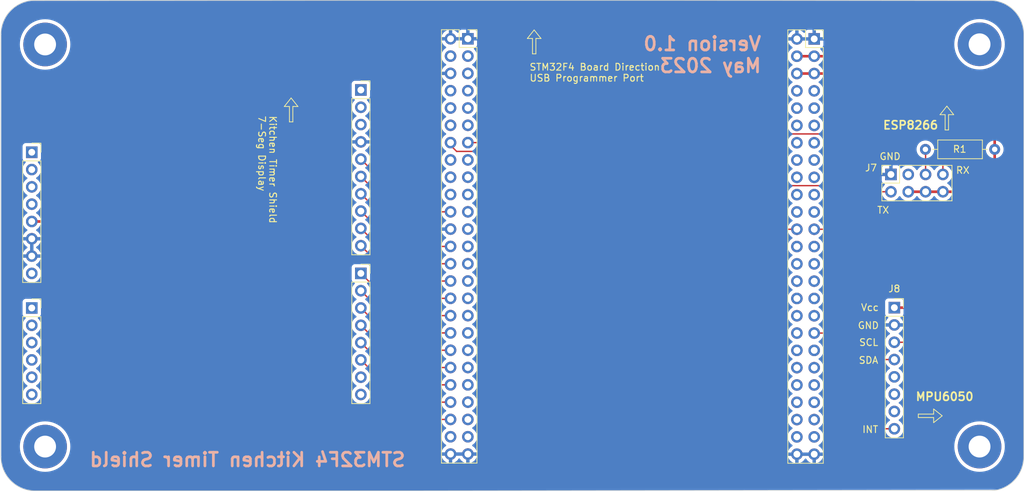
<source format=kicad_pcb>
(kicad_pcb (version 20221018) (generator pcbnew)
  (layers (0 "F.Cu" signal) (31 "B.Cu" signal) (34 "B.Paste" user) (35 "F.Paste" user) (36 "B.SilkS" user "B.Silkscreen") (37 "F.SilkS" user "F.Silkscreen") (38 "B.Mask" user) (39 "F.Mask" user) (44 "Edge.Cuts" user))
  (net 0 "")
  (net 1 "GND")
  (net 21 "+5V")
  (net 22 "+3V0")
  (net 31 "SDA")
  (net 32 "SCL")
  (net 35 "RX")
  (net 36 "TX")
  (net 60 "Dig1")
  (net 61 "Dig2")
  (net 62 "Dig3")
  (net 63 "Dig4")
  (net 64 "DS")
  (net 65 "ST_CP")
  (net 66 "SH_CP")
  (net 67 "Buzzer")
  (net 68 "RED_LED")
  (net 69 "GREEN_LED")
  (net 70 "Button_2")
  (net 71 "Button_1")
  (net 73 "Net-(J7-Pin_5)")
  (net 89 "INT")
  (footprint "Connector_PinSocket_2.54mm:PinSocket_2x25_P2.54mm_Vertical" (layer "F.Cu") (at 161.4524 42.0362)
    (fp_text reference "J2")
    (fp_text value "Discovery Board Conn 2")
    (fp_line (start -3.87 -1.33) (end -3.87 62.29) (stroke (width 0.12)) (layer "F.SilkS"))
    (fp_line (start -3.87 -1.33) (end -1.27 -1.33) (stroke (width 0.12)) (layer "F.SilkS"))
    (fp_line (start -3.87 62.29) (end 1.33 62.29) (stroke (width 0.12)) (layer "F.SilkS"))
    (fp_line (start -1.27 -1.33) (end -1.27 1.27) (stroke (width 0.12)) (layer "F.SilkS"))
    (fp_line (start -1.27 1.27) (end 1.33 1.27) (stroke (width 0.12)) (layer "F.SilkS"))
    (fp_line (start 0 -1.33) (end 1.33 -1.33) (stroke (width 0.12)) (layer "F.SilkS"))
    (fp_line (start 1.33 -1.33) (end 1.33 0) (stroke (width 0.12)) (layer "F.SilkS"))
    (fp_line (start 1.33 1.27) (end 1.33 62.29) (stroke (width 0.12)) (layer "F.SilkS"))
    (pad "1" thru_hole rect (at 0 0) (size 1.7 1.7) (drill 1) (layers "*.Cu" "*.Mask") (net 1 "GND"))
    (pad "2" thru_hole oval (at -2.54 0) (size 1.7 1.7) (drill 1) (layers "*.Cu" "*.Mask") (net 1 "GND"))
    (pad "3" thru_hole oval (at 0 2.54) (size 1.7 1.7) (drill 1) (layers "*.Cu" "*.Mask") (net 21 "+5V"))
    (pad "4" thru_hole oval (at -2.54 2.54) (size 1.7 1.7) (drill 1) (layers "*.Cu" "*.Mask") (net 21 "+5V"))
    (pad "5" thru_hole oval (at 0 5.08) (size 1.7 1.7) (drill 1) (layers "*.Cu" "*.Mask") (net 22 "+3V0"))
    (pad "6" thru_hole oval (at -2.54 5.08) (size 1.7 1.7) (drill 1) (layers "*.Cu" "*.Mask") (net 22 "+3V0"))
    (pad "7" thru_hole oval (at 0 7.62) (size 1.7 1.7) (drill 1) (layers "*.Cu" "*.Mask"))
    (pad "8" thru_hole oval (at -2.54 7.62) (size 1.7 1.7) (drill 1) (layers "*.Cu" "*.Mask"))
    (pad "9" thru_hole oval (at 0 10.16) (size 1.7 1.7) (drill 1) (layers "*.Cu" "*.Mask"))
    (pad "10" thru_hole oval (at -2.54 10.16) (size 1.7 1.7) (drill 1) (layers "*.Cu" "*.Mask"))
    (pad "11" thru_hole oval (at 0 12.7) (size 1.7 1.7) (drill 1) (layers "*.Cu" "*.Mask"))
    (pad "12" thru_hole oval (at -2.54 12.7) (size 1.7 1.7) (drill 1) (layers "*.Cu" "*.Mask"))
    (pad "13" thru_hole oval (at 0 15.24) (size 1.7 1.7) (drill 1) (layers "*.Cu" "*.Mask"))
    (pad "14" thru_hole oval (at -2.54 15.24) (size 1.7 1.7) (drill 1) (layers "*.Cu" "*.Mask"))
    (pad "15" thru_hole oval (at 0 17.78) (size 1.7 1.7) (drill 1) (layers "*.Cu" "*.Mask"))
    (pad "16" thru_hole oval (at -2.54 17.78) (size 1.7 1.7) (drill 1) (layers "*.Cu" "*.Mask"))
    (pad "17" thru_hole oval (at 0 20.32) (size 1.7 1.7) (drill 1) (layers "*.Cu" "*.Mask"))
    (pad "18" thru_hole oval (at -2.54 20.32) (size 1.7 1.7) (drill 1) (layers "*.Cu" "*.Mask"))
    (pad "19" thru_hole oval (at 0 22.86) (size 1.7 1.7) (drill 1) (layers "*.Cu" "*.Mask"))
    (pad "20" thru_hole oval (at -2.54 22.86) (size 1.7 1.7) (drill 1) (layers "*.Cu" "*.Mask"))
    (pad "21" thru_hole oval (at 0 25.4) (size 1.7 1.7) (drill 1) (layers "*.Cu" "*.Mask"))
    (pad "22" thru_hole oval (at -2.54 25.4) (size 1.7 1.7) (drill 1) (layers "*.Cu" "*.Mask"))
    (pad "23" thru_hole oval (at 0 27.94) (size 1.7 1.7) (drill 1) (layers "*.Cu" "*.Mask") (net 31 "SDA"))
    (pad "24" thru_hole oval (at -2.54 27.94) (size 1.7 1.7) (drill 1) (layers "*.Cu" "*.Mask") (net 32 "SCL"))
    (pad "25" thru_hole oval (at 0 30.48) (size 1.7 1.7) (drill 1) (layers "*.Cu" "*.Mask"))
    (pad "26" thru_hole oval (at -2.54 30.48) (size 1.7 1.7) (drill 1) (layers "*.Cu" "*.Mask"))
    (pad "27" thru_hole oval (at 0 33.02) (size 1.7 1.7) (drill 1) (layers "*.Cu" "*.Mask"))
    (pad "28" thru_hole oval (at -2.54 33.02) (size 1.7 1.7) (drill 1) (layers "*.Cu" "*.Mask"))
    (pad "29" thru_hole oval (at 0 35.56) (size 1.7 1.7) (drill 1) (layers "*.Cu" "*.Mask"))
    (pad "30" thru_hole oval (at -2.54 35.56) (size 1.7 1.7) (drill 1) (layers "*.Cu" "*.Mask"))
    (pad "31" thru_hole oval (at 0 38.1) (size 1.7 1.7) (drill 1) (layers "*.Cu" "*.Mask"))
    (pad "32" thru_hole oval (at -2.54 38.1) (size 1.7 1.7) (drill 1) (layers "*.Cu" "*.Mask"))
    (pad "33" thru_hole oval (at 0 40.64) (size 1.7 1.7) (drill 1) (layers "*.Cu" "*.Mask"))
    (pad "34" thru_hole oval (at -2.54 40.64) (size 1.7 1.7) (drill 1) (layers "*.Cu" "*.Mask"))
    (pad "35" thru_hole oval (at 0 43.18) (size 1.7 1.7) (drill 1) (layers "*.Cu" "*.Mask") (net 89 "INT"))
    (pad "36" thru_hole oval (at -2.54 43.18) (size 1.7 1.7) (drill 1) (layers "*.Cu" "*.Mask"))
    (pad "37" thru_hole oval (at 0 45.72) (size 1.7 1.7) (drill 1) (layers "*.Cu" "*.Mask"))
    (pad "38" thru_hole oval (at -2.54 45.72) (size 1.7 1.7) (drill 1) (layers "*.Cu" "*.Mask"))
    (pad "39" thru_hole oval (at 0 48.26) (size 1.7 1.7) (drill 1) (layers "*.Cu" "*.Mask"))
    (pad "40" thru_hole oval (at -2.54 48.26) (size 1.7 1.7) (drill 1) (layers "*.Cu" "*.Mask"))
    (pad "41" thru_hole oval (at 0 50.8) (size 1.7 1.7) (drill 1) (layers "*.Cu" "*.Mask"))
    (pad "42" thru_hole oval (at -2.54 50.8) (size 1.7 1.7) (drill 1) (layers "*.Cu" "*.Mask"))
    (pad "43" thru_hole oval (at 0 53.34) (size 1.7 1.7) (drill 1) (layers "*.Cu" "*.Mask"))
    (pad "44" thru_hole oval (at -2.54 53.34) (size 1.7 1.7) (drill 1) (layers "*.Cu" "*.Mask"))
    (pad "45" thru_hole oval (at 0 55.88) (size 1.7 1.7) (drill 1) (layers "*.Cu" "*.Mask"))
    (pad "46" thru_hole oval (at -2.54 55.88) (size 1.7 1.7) (drill 1) (layers "*.Cu" "*.Mask"))
    (pad "47" thru_hole oval (at 0 58.42) (size 1.7 1.7) (drill 1) (layers "*.Cu" "*.Mask"))
    (pad "48" thru_hole oval (at -2.54 58.42) (size 1.7 1.7) (drill 1) (layers "*.Cu" "*.Mask"))
    (pad "49" thru_hole oval (at 0 60.96) (size 1.7 1.7) (drill 1) (layers "*.Cu" "*.Mask") (net 1 "GND"))
    (pad "50" thru_hole oval (at -2.54 60.96) (size 1.7 1.7) (drill 1) (layers "*.Cu" "*.Mask") (net 1 "GND"))
  )
  (footprint "MountingHole:MountingHole_3.2mm_M3_Pad" (layer "F.Cu") (at 185.6994 101.8794)
    (fp_text reference "H3" hide)
    (fp_text value "MountingHole")
    (pad "1" thru_hole circle (at 0 0) (size 6.4 6.4) (drill 3.2) (layers "*.Cu" "*.Mask"))
  )
  (footprint "Connector_PinSocket_2.54mm:PinSocket_1x08_P2.54mm_Vertical" (layer "F.Cu") (at 94.9706 76.454)
    (fp_text reference "J6" hide)
    (fp_text value "Digital/PWM")
    (fp_line (start -1.33 1.27) (end -1.33 19.11) (stroke (width 0.12)) (layer "F.SilkS"))
    (fp_line (start -1.33 1.27) (end 1.33 1.27) (stroke (width 0.12)) (layer "F.SilkS"))
    (fp_line (start -1.33 19.11) (end 1.33 19.11) (stroke (width 0.12)) (layer "F.SilkS"))
    (fp_line (start 0 -1.33) (end 1.33 -1.33) (stroke (width 0.12)) (layer "F.SilkS"))
    (fp_line (start 1.33 -1.33) (end 1.33 0) (stroke (width 0.12)) (layer "F.SilkS"))
    (fp_line (start 1.33 1.27) (end 1.33 19.11) (stroke (width 0.12)) (layer "F.SilkS"))
    (pad "1" thru_hole rect (at 0 0) (size 1.7 1.7) (drill 1) (layers "*.Cu" "*.Mask") (net 66 "SH_CP"))
    (pad "2" thru_hole oval (at 0 2.54) (size 1.7 1.7) (drill 1) (layers "*.Cu" "*.Mask") (net 67 "Buzzer"))
    (pad "3" thru_hole oval (at 0 5.08) (size 1.7 1.7) (drill 1) (layers "*.Cu" "*.Mask") (net 68 "RED_LED"))
    (pad "4" thru_hole oval (at 0 7.62) (size 1.7 1.7) (drill 1) (layers "*.Cu" "*.Mask") (net 69 "GREEN_LED"))
    (pad "5" thru_hole oval (at 0 10.16) (size 1.7 1.7) (drill 1) (layers "*.Cu" "*.Mask") (net 70 "Button_2"))
    (pad "6" thru_hole oval (at 0 12.7) (size 1.7 1.7) (drill 1) (layers "*.Cu" "*.Mask") (net 71 "Button_1"))
    (pad "7" thru_hole oval (at 0 15.24) (size 1.7 1.7) (drill 1) (layers "*.Cu" "*.Mask"))
    (pad "8" thru_hole oval (at 0 17.78) (size 1.7 1.7) (drill 1) (layers "*.Cu" "*.Mask"))
  )
  (footprint "Connector_PinSocket_2.54mm:PinSocket_2x04_P2.54mm_Vertical" (layer "F.Cu") (at 172.7046 61.9306 90)
    (fp_text reference "J7" (at 0.9652 -2.921) (layer "F.SilkS"))
    (fp_text value "ESP_Conn")
    (fp_line (start -3.87 -1.33) (end -3.87 8.95) (stroke (width 0.12)) (layer "F.SilkS"))
    (fp_line (start -3.87 -1.33) (end -1.27 -1.33) (stroke (width 0.12)) (layer "F.SilkS"))
    (fp_line (start -3.87 8.95) (end 1.33 8.95) (stroke (width 0.12)) (layer "F.SilkS"))
    (fp_line (start -1.27 -1.33) (end -1.27 1.27) (stroke (width 0.12)) (layer "F.SilkS"))
    (fp_line (start -1.27 1.27) (end 1.33 1.27) (stroke (width 0.12)) (layer "F.SilkS"))
    (fp_line (start 0 -1.33) (end 1.33 -1.33) (stroke (width 0.12)) (layer "F.SilkS"))
    (fp_line (start 1.33 -1.33) (end 1.33 0) (stroke (width 0.12)) (layer "F.SilkS"))
    (fp_line (start 1.33 1.27) (end 1.33 8.95) (stroke (width 0.12)) (layer "F.SilkS"))
    (pad "1" thru_hole rect (at 0 0 90) (size 1.7 1.7) (drill 1) (layers "*.Cu" "*.Mask") (net 1 "GND"))
    (pad "2" thru_hole oval (at -2.54 0 90) (size 1.7 1.7) (drill 1) (layers "*.Cu" "*.Mask") (net 36 "TX"))
    (pad "3" thru_hole oval (at 0 2.54 90) (size 1.7 1.7) (drill 1) (layers "*.Cu" "*.Mask"))
    (pad "4" thru_hole oval (at -2.54 2.54 90) (size 1.7 1.7) (drill 1) (layers "*.Cu" "*.Mask") (net 22 "+3V0"))
    (pad "5" thru_hole oval (at 0 5.08 90) (size 1.7 1.7) (drill 1) (layers "*.Cu" "*.Mask") (net 73 "Net-(J7-Pin_5)"))
    (pad "6" thru_hole oval (at -2.54 5.08 90) (size 1.7 1.7) (drill 1) (layers "*.Cu" "*.Mask") (net 22 "+3V0"))
    (pad "7" thru_hole oval (at 0 7.62 90) (size 1.7 1.7) (drill 1) (layers "*.Cu" "*.Mask") (net 35 "RX"))
    (pad "8" thru_hole oval (at -2.54 7.62 90) (size 1.7 1.7) (drill 1) (layers "*.Cu" "*.Mask") (net 22 "+3V0"))
  )
  (footprint "Connector_PinSocket_2.54mm:PinSocket_2x25_P2.54mm_Vertical" (layer "F.Cu") (at 110.6624 42.0162)
    (fp_text reference "J1")
    (fp_text value "Discovery Board Conn 1")
    (fp_line (start -3.87 -1.33) (end -3.87 62.29) (stroke (width 0.12)) (layer "F.SilkS"))
    (fp_line (start -3.87 -1.33) (end -1.27 -1.33) (stroke (width 0.12)) (layer "F.SilkS"))
    (fp_line (start -3.87 62.29) (end 1.33 62.29) (stroke (width 0.12)) (layer "F.SilkS"))
    (fp_line (start -1.27 -1.33) (end -1.27 1.27) (stroke (width 0.12)) (layer "F.SilkS"))
    (fp_line (start -1.27 1.27) (end 1.33 1.27) (stroke (width 0.12)) (layer "F.SilkS"))
    (fp_line (start 0 -1.33) (end 1.33 -1.33) (stroke (width 0.12)) (layer "F.SilkS"))
    (fp_line (start 1.33 -1.33) (end 1.33 0) (stroke (width 0.12)) (layer "F.SilkS"))
    (fp_line (start 1.33 1.27) (end 1.33 62.29) (stroke (width 0.12)) (layer "F.SilkS"))
    (pad "1" thru_hole rect (at 0 0) (size 1.7 1.7) (drill 1) (layers "*.Cu" "*.Mask") (net 1 "GND"))
    (pad "2" thru_hole oval (at -2.54 0) (size 1.7 1.7) (drill 1) (layers "*.Cu" "*.Mask") (net 1 "GND"))
    (pad "3" thru_hole oval (at 0 2.54) (size 1.7 1.7) (drill 1) (layers "*.Cu" "*.Mask"))
    (pad "4" thru_hole oval (at -2.54 2.54) (size 1.7 1.7) (drill 1) (layers "*.Cu" "*.Mask"))
    (pad "5" thru_hole oval (at 0 5.08) (size 1.7 1.7) (drill 1) (layers "*.Cu" "*.Mask"))
    (pad "6" thru_hole oval (at -2.54 5.08) (size 1.7 1.7) (drill 1) (layers "*.Cu" "*.Mask") (net 1 "GND"))
    (pad "7" thru_hole oval (at 0 7.62) (size 1.7 1.7) (drill 1) (layers "*.Cu" "*.Mask"))
    (pad "8" thru_hole oval (at -2.54 7.62) (size 1.7 1.7) (drill 1) (layers "*.Cu" "*.Mask"))
    (pad "9" thru_hole oval (at 0 10.16) (size 1.7 1.7) (drill 1) (layers "*.Cu" "*.Mask"))
    (pad "10" thru_hole oval (at -2.54 10.16) (size 1.7 1.7) (drill 1) (layers "*.Cu" "*.Mask"))
    (pad "11" thru_hole oval (at 0 12.7) (size 1.7 1.7) (drill 1) (layers "*.Cu" "*.Mask"))
    (pad "12" thru_hole oval (at -2.54 12.7) (size 1.7 1.7) (drill 1) (layers "*.Cu" "*.Mask"))
    (pad "13" thru_hole oval (at 0 15.24) (size 1.7 1.7) (drill 1) (layers "*.Cu" "*.Mask") (net 35 "RX"))
    (pad "14" thru_hole oval (at -2.54 15.24) (size 1.7 1.7) (drill 1) (layers "*.Cu" "*.Mask") (net 36 "TX"))
    (pad "15" thru_hole oval (at 0 17.78) (size 1.7 1.7) (drill 1) (layers "*.Cu" "*.Mask"))
    (pad "16" thru_hole oval (at -2.54 17.78) (size 1.7 1.7) (drill 1) (layers "*.Cu" "*.Mask"))
    (pad "17" thru_hole oval (at 0 20.32) (size 1.7 1.7) (drill 1) (layers "*.Cu" "*.Mask"))
    (pad "18" thru_hole oval (at -2.54 20.32) (size 1.7 1.7) (drill 1) (layers "*.Cu" "*.Mask"))
    (pad "19" thru_hole oval (at 0 22.86) (size 1.7 1.7) (drill 1) (layers "*.Cu" "*.Mask"))
    (pad "20" thru_hole oval (at -2.54 22.86) (size 1.7 1.7) (drill 1) (layers "*.Cu" "*.Mask"))
    (pad "21" thru_hole oval (at 0 25.4) (size 1.7 1.7) (drill 1) (layers "*.Cu" "*.Mask"))
    (pad "22" thru_hole oval (at -2.54 25.4) (size 1.7 1.7) (drill 1) (layers "*.Cu" "*.Mask") (net 60 "Dig1"))
    (pad "23" thru_hole oval (at 0 27.94) (size 1.7 1.7) (drill 1) (layers "*.Cu" "*.Mask"))
    (pad "24" thru_hole oval (at -2.54 27.94) (size 1.7 1.7) (drill 1) (layers "*.Cu" "*.Mask") (net 1 "GND"))
    (pad "25" thru_hole oval (at 0 30.48) (size 1.7 1.7) (drill 1) (layers "*.Cu" "*.Mask"))
    (pad "26" thru_hole oval (at -2.54 30.48) (size 1.7 1.7) (drill 1) (layers "*.Cu" "*.Mask") (net 61 "Dig2"))
    (pad "27" thru_hole oval (at 0 33.02) (size 1.7 1.7) (drill 1) (layers "*.Cu" "*.Mask"))
    (pad "28" thru_hole oval (at -2.54 33.02) (size 1.7 1.7) (drill 1) (layers "*.Cu" "*.Mask") (net 62 "Dig3"))
    (pad "29" thru_hole oval (at 0 35.56) (size 1.7 1.7) (drill 1) (layers "*.Cu" "*.Mask"))
    (pad "30" thru_hole oval (at -2.54 35.56) (size 1.7 1.7) (drill 1) (layers "*.Cu" "*.Mask") (net 63 "Dig4"))
    (pad "31" thru_hole oval (at 0 38.1) (size 1.7 1.7) (drill 1) (layers "*.Cu" "*.Mask"))
    (pad "32" thru_hole oval (at -2.54 38.1) (size 1.7 1.7) (drill 1) (layers "*.Cu" "*.Mask") (net 64 "DS"))
    (pad "33" thru_hole oval (at 0 40.64) (size 1.7 1.7) (drill 1) (layers "*.Cu" "*.Mask"))
    (pad "34" thru_hole oval (at -2.54 40.64) (size 1.7 1.7) (drill 1) (layers "*.Cu" "*.Mask") (net 65 "ST_CP"))
    (pad "35" thru_hole oval (at 0 43.18) (size 1.7 1.7) (drill 1) (layers "*.Cu" "*.Mask"))
    (pad "36" thru_hole oval (at -2.54 43.18) (size 1.7 1.7) (drill 1) (layers "*.Cu" "*.Mask") (net 66 "SH_CP"))
    (pad "37" thru_hole oval (at 0 45.72) (size 1.7 1.7) (drill 1) (layers "*.Cu" "*.Mask"))
    (pad "38" thru_hole oval (at -2.54 45.72) (size 1.7 1.7) (drill 1) (layers "*.Cu" "*.Mask") (net 67 "Buzzer"))
    (pad "39" thru_hole oval (at 0 48.26) (size 1.7 1.7) (drill 1) (layers "*.Cu" "*.Mask"))
    (pad "40" thru_hole oval (at -2.54 48.26) (size 1.7 1.7) (drill 1) (layers "*.Cu" "*.Mask") (net 68 "RED_LED"))
    (pad "41" thru_hole oval (at 0 50.8) (size 1.7 1.7) (drill 1) (layers "*.Cu" "*.Mask"))
    (pad "42" thru_hole oval (at -2.54 50.8) (size 1.7 1.7) (drill 1) (layers "*.Cu" "*.Mask") (net 69 "GREEN_LED"))
    (pad "43" thru_hole oval (at 0 53.34) (size 1.7 1.7) (drill 1) (layers "*.Cu" "*.Mask"))
    (pad "44" thru_hole oval (at -2.54 53.34) (size 1.7 1.7) (drill 1) (layers "*.Cu" "*.Mask") (net 70 "Button_2"))
    (pad "45" thru_hole oval (at 0 55.88) (size 1.7 1.7) (drill 1) (layers "*.Cu" "*.Mask"))
    (pad "46" thru_hole oval (at -2.54 55.88) (size 1.7 1.7) (drill 1) (layers "*.Cu" "*.Mask") (net 71 "Button_1"))
    (pad "47" thru_hole oval (at 0 58.42) (size 1.7 1.7) (drill 1) (layers "*.Cu" "*.Mask"))
    (pad "48" thru_hole oval (at -2.54 58.42) (size 1.7 1.7) (drill 1) (layers "*.Cu" "*.Mask"))
    (pad "49" thru_hole oval (at 0 60.96) (size 1.7 1.7) (drill 1) (layers "*.Cu" "*.Mask") (net 1 "GND"))
    (pad "50" thru_hole oval (at -2.54 60.96) (size 1.7 1.7) (drill 1) (layers "*.Cu" "*.Mask") (net 1 "GND"))
  )
  (footprint "Connector_PinSocket_2.54mm:PinSocket_1x06_P2.54mm_Vertical" (layer "F.Cu") (at 46.7106 81.534)
    (fp_text reference "J4" hide)
    (fp_text value "Analog")
    (fp_line (start -1.33 1.27) (end -1.33 14.03) (stroke (width 0.12)) (layer "F.SilkS"))
    (fp_line (start -1.33 1.27) (end 1.33 1.27) (stroke (width 0.12)) (layer "F.SilkS"))
    (fp_line (start -1.33 14.03) (end 1.33 14.03) (stroke (width 0.12)) (layer "F.SilkS"))
    (fp_line (start 0 -1.33) (end 1.33 -1.33) (stroke (width 0.12)) (layer "F.SilkS"))
    (fp_line (start 1.33 -1.33) (end 1.33 0) (stroke (width 0.12)) (layer "F.SilkS"))
    (fp_line (start 1.33 1.27) (end 1.33 14.03) (stroke (width 0.12)) (layer "F.SilkS"))
    (pad "1" thru_hole rect (at 0 0) (size 1.7 1.7) (drill 1) (layers "*.Cu" "*.Mask"))
    (pad "2" thru_hole oval (at 0 2.54) (size 1.7 1.7) (drill 1) (layers "*.Cu" "*.Mask"))
    (pad "3" thru_hole oval (at 0 5.08) (size 1.7 1.7) (drill 1) (layers "*.Cu" "*.Mask"))
    (pad "4" thru_hole oval (at 0 7.62) (size 1.7 1.7) (drill 1) (layers "*.Cu" "*.Mask"))
    (pad "5" thru_hole oval (at 0 10.16) (size 1.7 1.7) (drill 1) (layers "*.Cu" "*.Mask"))
    (pad "6" thru_hole oval (at 0 12.7) (size 1.7 1.7) (drill 1) (layers "*.Cu" "*.Mask"))
  )
  (footprint "Connector_PinSocket_2.54mm:PinSocket_1x08_P2.54mm_Vertical" (layer "F.Cu") (at 46.7106 58.674)
    (fp_text reference "J3" hide)
    (fp_text value "Power")
    (fp_line (start -1.33 1.27) (end -1.33 19.11) (stroke (width 0.12)) (layer "F.SilkS"))
    (fp_line (start -1.33 1.27) (end 1.33 1.27) (stroke (width 0.12)) (layer "F.SilkS"))
    (fp_line (start -1.33 19.11) (end 1.33 19.11) (stroke (width 0.12)) (layer "F.SilkS"))
    (fp_line (start 0 -1.33) (end 1.33 -1.33) (stroke (width 0.12)) (layer "F.SilkS"))
    (fp_line (start 1.33 -1.33) (end 1.33 0) (stroke (width 0.12)) (layer "F.SilkS"))
    (fp_line (start 1.33 1.27) (end 1.33 19.11) (stroke (width 0.12)) (layer "F.SilkS"))
    (pad "1" thru_hole rect (at 0 0) (size 1.7 1.7) (drill 1) (layers "*.Cu" "*.Mask"))
    (pad "2" thru_hole oval (at 0 2.54) (size 1.7 1.7) (drill 1) (layers "*.Cu" "*.Mask"))
    (pad "3" thru_hole oval (at 0 5.08) (size 1.7 1.7) (drill 1) (layers "*.Cu" "*.Mask"))
    (pad "4" thru_hole oval (at 0 7.62) (size 1.7 1.7) (drill 1) (layers "*.Cu" "*.Mask"))
    (pad "5" thru_hole oval (at 0 10.16) (size 1.7 1.7) (drill 1) (layers "*.Cu" "*.Mask") (net 21 "+5V"))
    (pad "6" thru_hole oval (at 0 12.7) (size 1.7 1.7) (drill 1) (layers "*.Cu" "*.Mask") (net 1 "GND"))
    (pad "7" thru_hole oval (at 0 15.24) (size 1.7 1.7) (drill 1) (layers "*.Cu" "*.Mask") (net 1 "GND"))
    (pad "8" thru_hole oval (at 0 17.78) (size 1.7 1.7) (drill 1) (layers "*.Cu" "*.Mask"))
  )
  (footprint "Connector_PinSocket_2.54mm:PinSocket_1x10_P2.54mm_Vertical" (layer "F.Cu") (at 94.9706 49.53)
    (fp_text reference "J5" hide)
    (fp_text value "Digital/PWM")
    (fp_line (start -1.33 1.27) (end -1.33 24.19) (stroke (width 0.12)) (layer "F.SilkS"))
    (fp_line (start -1.33 1.27) (end 1.33 1.27) (stroke (width 0.12)) (layer "F.SilkS"))
    (fp_line (start -1.33 24.19) (end 1.33 24.19) (stroke (width 0.12)) (layer "F.SilkS"))
    (fp_line (start 0 -1.33) (end 1.33 -1.33) (stroke (width 0.12)) (layer "F.SilkS"))
    (fp_line (start 1.33 -1.33) (end 1.33 0) (stroke (width 0.12)) (layer "F.SilkS"))
    (fp_line (start 1.33 1.27) (end 1.33 24.19) (stroke (width 0.12)) (layer "F.SilkS"))
    (pad "1" thru_hole rect (at 0 0) (size 1.7 1.7) (drill 1) (layers "*.Cu" "*.Mask"))
    (pad "2" thru_hole oval (at 0 2.54) (size 1.7 1.7) (drill 1) (layers "*.Cu" "*.Mask"))
    (pad "3" thru_hole oval (at 0 5.08) (size 1.7 1.7) (drill 1) (layers "*.Cu" "*.Mask"))
    (pad "4" thru_hole oval (at 0 7.62) (size 1.7 1.7) (drill 1) (layers "*.Cu" "*.Mask") (net 1 "GND"))
    (pad "5" thru_hole oval (at 0 10.16) (size 1.7 1.7) (drill 1) (layers "*.Cu" "*.Mask") (net 60 "Dig1"))
    (pad "6" thru_hole oval (at 0 12.7) (size 1.7 1.7) (drill 1) (layers "*.Cu" "*.Mask") (net 61 "Dig2"))
    (pad "7" thru_hole oval (at 0 15.24) (size 1.7 1.7) (drill 1) (layers "*.Cu" "*.Mask") (net 62 "Dig3"))
    (pad "8" thru_hole oval (at 0 17.78) (size 1.7 1.7) (drill 1) (layers "*.Cu" "*.Mask") (net 63 "Dig4"))
    (pad "9" thru_hole oval (at 0 20.32) (size 1.7 1.7) (drill 1) (layers "*.Cu" "*.Mask") (net 64 "DS"))
    (pad "10" thru_hole oval (at 0 22.86) (size 1.7 1.7) (drill 1) (layers "*.Cu" "*.Mask") (net 65 "ST_CP"))
  )
  (footprint "Resistor_THT:R_Axial_DIN0207_L6.3mm_D2.5mm_P10.16mm_Horizontal" (layer "F.Cu") (at 187.9192 58.2476 180)
    (fp_text reference "R1" (at 5.1308 0.0254) (layer "F.SilkS"))
    (fp_text value "10k")
    (fp_line (start 1.04 0) (end 1.81 0) (stroke (width 0.12)) (layer "F.SilkS"))
    (fp_line (start 1.81 -1.37) (end 1.81 1.37) (stroke (width 0.12)) (layer "F.SilkS"))
    (fp_line (start 1.81 1.37) (end 8.35 1.37) (stroke (width 0.12)) (layer "F.SilkS"))
    (fp_line (start 8.35 -1.37) (end 1.81 -1.37) (stroke (width 0.12)) (layer "F.SilkS"))
    (fp_line (start 8.35 1.37) (end 8.35 -1.37) (stroke (width 0.12)) (layer "F.SilkS"))
    (fp_line (start 9.12 0) (end 8.35 0) (stroke (width 0.12)) (layer "F.SilkS"))
    (pad "1" thru_hole circle (at 0 0 180) (size 1.6 1.6) (drill 0.8) (layers "*.Cu" "*.Mask") (net 22 "+3V0"))
    (pad "2" thru_hole oval (at 10.16 0 180) (size 1.6 1.6) (drill 0.8) (layers "*.Cu" "*.Mask") (net 73 "Net-(J7-Pin_5)"))
  )
  (footprint "MountingHole:MountingHole_3.2mm_M3_Pad" (layer "F.Cu") (at 48.6664 101.8794)
    (fp_text reference "H4" hide)
    (fp_text value "MountingHole")
    (pad "1" thru_hole circle (at 0 0) (size 6.4 6.4) (drill 3.2) (layers "*.Cu" "*.Mask"))
  )
  (footprint "MountingHole:MountingHole_3.2mm_M3_Pad" (layer "F.Cu") (at 48.6664 42.8498)
    (fp_text reference "H1" hide)
    (fp_text value "MountingHole")
    (pad "1" thru_hole circle (at 0 0) (size 6.4 6.4) (drill 3.2) (layers "*.Cu" "*.Mask"))
  )
  (footprint "Connector_PinSocket_2.54mm:PinSocket_1x08_P2.54mm_Vertical" (layer "F.Cu") (at 173.2026 81.4832)
    (fp_text reference "J8" (at 0 -2.77) (layer "F.SilkS"))
    (fp_text value "MPU6050_Conn")
    (fp_line (start -1.33 1.27) (end -1.33 19.11) (stroke (width 0.12)) (layer "F.SilkS"))
    (fp_line (start -1.33 1.27) (end 1.33 1.27) (stroke (width 0.12)) (layer "F.SilkS"))
    (fp_line (start -1.33 19.11) (end 1.33 19.11) (stroke (width 0.12)) (layer "F.SilkS"))
    (fp_line (start 0 -1.33) (end 1.33 -1.33) (stroke (width 0.12)) (layer "F.SilkS"))
    (fp_line (start 1.33 -1.33) (end 1.33 0) (stroke (width 0.12)) (layer "F.SilkS"))
    (fp_line (start 1.33 1.27) (end 1.33 19.11) (stroke (width 0.12)) (layer "F.SilkS"))
    (pad "1" thru_hole rect (at 0 0) (size 1.7 1.7) (drill 1) (layers "*.Cu" "*.Mask") (net 21 "+5V"))
    (pad "2" thru_hole oval (at 0 2.54) (size 1.7 1.7) (drill 1) (layers "*.Cu" "*.Mask") (net 1 "GND"))
    (pad "3" thru_hole oval (at 0 5.08) (size 1.7 1.7) (drill 1) (layers "*.Cu" "*.Mask") (net 32 "SCL"))
    (pad "4" thru_hole oval (at 0 7.62) (size 1.7 1.7) (drill 1) (layers "*.Cu" "*.Mask") (net 31 "SDA"))
    (pad "5" thru_hole oval (at 0 10.16) (size 1.7 1.7) (drill 1) (layers "*.Cu" "*.Mask"))
    (pad "6" thru_hole oval (at 0 12.7) (size 1.7 1.7) (drill 1) (layers "*.Cu" "*.Mask"))
    (pad "7" thru_hole oval (at 0 15.24) (size 1.7 1.7) (drill 1) (layers "*.Cu" "*.Mask"))
    (pad "8" thru_hole oval (at 0 17.78) (size 1.7 1.7) (drill 1) (layers "*.Cu" "*.Mask") (net 89 "INT"))
  )
  (footprint "MountingHole:MountingHole_3.2mm_M3_Pad" (layer "F.Cu") (at 185.6994 42.8244)
    (fp_text reference "H2" hide)
    (fp_text value "MountingHole")
    (pad "1" thru_hole circle (at 0 0) (size 6.4 6.4) (drill 3.2) (layers "*.Cu" "*.Mask"))
  )
  (gr_line (start 85.7424 51.9584) (end 84.7424 50.7084) (stroke (width 0.12)) (layer "F.SilkS"))
  (gr_line (start 84.7424 50.7084) (end 83.7424 51.9584) (stroke (width 0.12)) (layer "F.SilkS"))
  (gr_line (start 180.6548 53.1528) (end 179.9048 53.1528) (stroke (width 0.12)) (layer "F.SilkS"))
  (gr_line (start 120.1346 41.9706) (end 119.3846 41.9706) (stroke (width 0.12)) (layer "F.SilkS"))
  (gr_line (start 121.3846 41.9706) (end 120.3846 40.7206) (stroke (width 0.12)) (layer "F.SilkS"))
  (gr_line (start 178.9684 98.3622) (end 178.9684 97.6122) (stroke (width 0.12)) (layer "F.SilkS"))
  (gr_line (start 84.4924 51.9584) (end 83.7424 51.9584) (stroke (width 0.12)) (layer "F.SilkS"))
  (gr_line (start 180.6548 55.4028) (end 181.1548 55.4028) (stroke (width 0.12)) (layer "F.SilkS"))
  (gr_line (start 84.4924 54.2084) (end 84.9924 54.2084) (stroke (width 0.12)) (layer "F.SilkS"))
  (gr_line (start 180.6548 53.1528) (end 180.6548 55.4028) (stroke (width 0.12)) (layer "F.SilkS"))
  (gr_line (start 84.4924 51.9584) (end 84.4924 54.2084) (stroke (width 0.12)) (layer "F.SilkS"))
  (gr_line (start 121.3846 41.9706) (end 120.6346 41.9706) (stroke (width 0.12)) (layer "F.SilkS"))
  (gr_line (start 178.9684 97.1122) (end 176.7184 97.1122) (stroke (width 0.12)) (layer "F.SilkS"))
  (gr_line (start 181.1548 55.4028) (end 181.1548 53.1528) (stroke (width 0.12)) (layer "F.SilkS"))
  (gr_line (start 180.2184 97.3622) (end 178.9684 96.3622) (stroke (width 0.12)) (layer "F.SilkS"))
  (gr_line (start 181.9048 53.1528) (end 181.1548 53.1528) (stroke (width 0.12)) (layer "F.SilkS"))
  (gr_line (start 180.9048 51.9028) (end 179.9048 53.1528) (stroke (width 0.12)) (layer "F.SilkS"))
  (gr_line (start 176.7184 97.1122) (end 176.7184 97.6122) (stroke (width 0.12)) (layer "F.SilkS"))
  (gr_line (start 178.9684 97.1122) (end 178.9684 96.3622) (stroke (width 0.12)) (layer "F.SilkS"))
  (gr_line (start 85.7424 51.9584) (end 84.9924 51.9584) (stroke (width 0.12)) (layer "F.SilkS"))
  (gr_line (start 84.9924 54.2084) (end 84.9924 51.9584) (stroke (width 0.12)) (layer "F.SilkS"))
  (gr_line (start 120.1346 44.2206) (end 120.6346 44.2206) (stroke (width 0.12)) (layer "F.SilkS"))
  (gr_line (start 178.9684 98.3622) (end 180.2184 97.3622) (stroke (width 0.12)) (layer "F.SilkS"))
  (gr_line (start 120.6346 44.2206) (end 120.6346 41.9706) (stroke (width 0.12)) (layer "F.SilkS"))
  (gr_line (start 176.7184 97.6122) (end 178.9684 97.6122) (stroke (width 0.12)) (layer "F.SilkS"))
  (gr_line (start 120.1346 41.9706) (end 120.1346 44.2206) (stroke (width 0.12)) (layer "F.SilkS"))
  (gr_line (start 120.3846 40.7206) (end 119.3846 41.9706) (stroke (width 0.12)) (layer "F.SilkS"))
  (gr_line (start 181.9048 53.1528) (end 180.9048 51.9028) (stroke (width 0.12)) (layer "F.SilkS"))
  (gr_arc (start 47.1932 108.3728) (mid 43.654979 106.907221) (end 42.1894 103.369) (stroke (width 0.1)) (layer "Edge.Cuts"))
  (gr_line (start 42.1894 41.3766) (end 42.1894 103.369) (stroke (width 0.1)) (layer "Edge.Cuts"))
  (gr_line (start 47.1932 108.3728) (end 187.1726 108.3691) (stroke (width 0.1)) (layer "Edge.Cuts"))
  (gr_arc (start 192.1764 103.3653) (mid 190.710821 106.903521) (end 187.1726 108.3691) (stroke (width 0.1)) (layer "Edge.Cuts"))
  (gr_arc (start 187.1856 36.3728) (mid 190.723821 37.838379) (end 192.1894 41.3766) (stroke (width 0.1)) (layer "Edge.Cuts"))
  (gr_arc (start 42.1894 41.3766) (mid 43.654979 37.838379) (end 47.1932 36.3728) (stroke (width 0.1)) (layer "Edge.Cuts"))
  (gr_line (start 187.1856 36.3728) (end 47.1932 36.3728) (stroke (width 0.1)) (layer "Edge.Cuts"))
  (gr_line (start 192.1764 103.3653) (end 192.1894 41.3766) (stroke (width 0.1)) (layer "Edge.Cuts"))
  (gr_text "STM32F4 Kitchen Timer Shield\n" (at 101.7016 104.9782) (layer "B.SilkS") (effects (font (size 2 2) (thickness 0.4) bold) (justify left bottom mirror)))
  (gr_text "Version 1.0\nMay 2023" (at 153.8732 47.1424) (layer "B.SilkS") (effects (font (size 2 2) (thickness 0.4) bold) (justify left bottom mirror)))
  (gr_text "RX" (at 183.2456 61.321) (layer "F.SilkS") (effects (font (size 1 1))))
  (gr_text "SCL" (at 169.4434 86.5886) (layer "F.SilkS") (effects (font (size 1 1))))
  (gr_text "STM32F4 Board Direction\nUSB Programmer Port" (at 119.6346 46.9706) (layer "F.SilkS") (effects (font (size 1 1)) (justify left)))
  (gr_text "ESP8266" (at 171.4266 55.3954) (layer "F.SilkS") (effects (font (size 1.2 1.2) (thickness 0.24) bold) (justify left bottom)))
  (gr_text "MPU6050" (at 176.2252 95.25) (layer "F.SilkS") (effects (font (size 1.2 1.2) (thickness 0.24) bold) (justify left bottom)))
  (gr_text "GND" (at 172.5776 59.289) (layer "F.SilkS") (effects (font (size 1 1))))
  (gr_text "GND" (at 169.3926 84.0994) (layer "F.SilkS") (effects (font (size 1 1))))
  (gr_text "SDA" (at 169.418 89.2048) (layer "F.SilkS") (effects (font (size 1 1))))
  (gr_text "INT" (at 169.672 99.3648) (layer "F.SilkS") (effects (font (size 1 1))))
  (gr_text "Kitchen Timer Shield\n7-Seg Display" (at 81.2546 53.2384 -90) (layer "F.SilkS") (effects (font (size 1 1)) (justify left)))
  (gr_text "Vcc" (at 169.6212 81.4578) (layer "F.SilkS") (effects (font (size 1 1))))
  (gr_text "TX" (at 171.5616 67.163) (layer "F.SilkS") (effects (font (size 1 1))))
  (segment (start 46.7106 68.834) (end 50.673 68.834) (width 0.381) (layer "F.Cu") (net 21))
  (segment (start 173.2026 81.4832) (end 187.9092 81.4832) (width 0.381) (layer "F.Cu") (net 21))
  (segment (start 60.8584 38.0492) (end 163.322 38.0492) (width 0.381) (layer "F.Cu") (net 21))
  (segment (start 189.5094 48.6156) (end 170.5356 48.6156) (width 0.381) (layer "F.Cu") (net 21))
  (segment (start 170.5356 48.6156) (end 164.8714 42.9514) (width 0.381) (layer "F.Cu") (net 21))
  (segment (start 50.673 68.834) (end 55.4228 64.0842) (width 0.381) (layer "F.Cu") (net 21))
  (segment (start 163.2466 44.5762) (end 161.4524 44.5762) (width 0.381) (layer "F.Cu") (net 21))
  (segment (start 164.8714 39.5986) (end 164.8714 42.9514) (width 0.381) (layer "F.Cu") (net 21))
  (segment (start 163.322 38.0492) (end 164.8714 39.5986) (width 0.381) (layer "F.Cu") (net 21))
  (segment (start 190.5762 78.8162) (end 190.5762 49.6824) (width 0.381) (layer "F.Cu") (net 21))
  (segment (start 190.5762 49.6824) (end 189.5094 48.6156) (width 0.381) (layer "F.Cu") (net 21))
  (segment (start 55.4228 64.0842) (end 55.4228 43.4848) (width 0.381) (layer "F.Cu") (net 21))
  (segment (start 55.4228 43.4848) (end 60.8584 38.0492) (width 0.381) (layer "F.Cu") (net 21))
  (segment (start 164.8714 42.9514) (end 163.2466 44.5762) (width 0.381) (layer "F.Cu") (net 21))
  (segment (start 158.9124 44.5762) (end 161.4524 44.5762) (width 0.381) (layer "F.Cu") (net 21))
  (segment (start 187.9092 81.4832) (end 190.5762 78.8162) (width 0.381) (layer "F.Cu") (net 21))
  (segment (start 180.3246 64.4706) (end 186.456 64.4706) (width 0.381) (layer "F.Cu") (net 22))
  (segment (start 165.0238 47.0916) (end 168.1734 50.2412) (width 0.381) (layer "F.Cu") (net 22))
  (segment (start 161.4524 47.1162) (end 164.9992 47.1162) (width 0.381) (layer "F.Cu") (net 22))
  (segment (start 175.2446 64.4706) (end 177.7846 64.4706) (width 0.381) (layer "F.Cu") (net 22))
  (segment (start 186.456 64.4706) (end 187.96 62.9666) (width 0.381) (layer "F.Cu") (net 22))
  (segment (start 187.9192 52.9436) (end 187.9192 58.2476) (width 0.381) (layer "F.Cu") (net 22))
  (segment (start 177.7846 64.4706) (end 180.3246 64.4706) (width 0.381) (layer "F.Cu") (net 22))
  (segment (start 164.9992 47.1162) (end 165.0238 47.0916) (width 0.381) (layer "F.Cu") (net 22))
  (segment (start 187.96 62.9666) (end 187.9192 62.9258) (width 0.381) (layer "F.Cu") (net 22))
  (segment (start 187.9192 62.9258) (end 187.9192 58.2476) (width 0.381) (layer "F.Cu") (net 22))
  (segment (start 185.2168 50.2412) (end 187.9192 52.9436) (width 0.381) (layer "F.Cu") (net 22))
  (segment (start 161.4524 47.1162) (end 158.9124 47.1162) (width 0.381) (layer "F.Cu") (net 22))
  (segment (start 168.1734 50.2412) (end 185.2168 50.2412) (width 0.381) (layer "F.Cu") (net 22))
  (segment (start 166.9288 89.1032) (end 165.2016 87.376) (width 0.2032) (layer "F.Cu") (net 31))
  (segment (start 165.2016 87.376) (end 165.2016 70.4342) (width 0.2032) (layer "F.Cu") (net 31))
  (segment (start 164.7436 69.9762) (end 161.4524 69.9762) (width 0.2032) (layer "F.Cu") (net 31))
  (segment (start 173.2026 89.1032) (end 166.9288 89.1032) (width 0.2032) (layer "F.Cu") (net 31))
  (segment (start 165.2016 70.4342) (end 164.7436 69.9762) (width 0.2032) (layer "F.Cu") (net 31))
  (segment (start 158.9124 69.9762) (end 156.9474 69.9762) (width 0.2032) (layer "F.Cu") (net 32))
  (segment (start 155.9052 104.6734) (end 156.7942 105.5624) (width 0.2032) (layer "F.Cu") (net 32))
  (segment (start 176.8856 103.3272) (end 176.8856 87.8332) (width 0.2032) (layer "F.Cu") (net 32))
  (segment (start 156.9474 69.9762) (end 155.9052 71.0184) (width 0.2032) (layer "F.Cu") (net 32))
  (segment (start 175.6156 86.5632) (end 173.2026 86.5632) (width 0.2032) (layer "F.Cu") (net 32))
  (segment (start 155.9052 71.0184) (end 155.9052 104.6734) (width 0.2032) (layer "F.Cu") (net 32))
  (segment (start 174.6504 105.5624) (end 176.8856 103.3272) (width 0.2032) (layer "F.Cu") (net 32))
  (segment (start 156.7942 105.5624) (end 174.6504 105.5624) (width 0.2032) (layer "F.Cu") (net 32))
  (segment (start 176.8856 87.8332) (end 175.6156 86.5632) (width 0.2032) (layer "F.Cu") (net 32))
  (segment (start 113.2032 57.2562) (end 114.4778 55.9816) (width 0.2032) (layer "F.Cu") (net 35))
  (segment (start 180.3246 57.3886) (end 180.3246 61.9306) (width 0.2032) (layer "F.Cu") (net 35))
  (segment (start 110.6624 57.2562) (end 113.2032 57.2562) (width 0.2032) (layer "F.Cu") (net 35))
  (segment (start 114.4778 55.9816) (end 178.9176 55.9816) (width 0.2032) (layer "F.Cu") (net 35))
  (segment (start 178.9176 55.9816) (end 180.3246 57.3886) (width 0.2032) (layer "F.Cu") (net 35))
  (segment (start 118.745 63.5762) (end 168.0718 63.5762) (width 0.2032) (layer "F.Cu") (net 36))
  (segment (start 109.0168 58.547) (end 113.7158 58.547) (width 0.2032) (layer "F.Cu") (net 36))
  (segment (start 108.1224 57.6526) (end 109.0168 58.547) (width 0.2032) (layer "F.Cu") (net 36))
  (segment (start 168.9662 64.4706) (end 172.7046 64.4706) (width 0.2032) (layer "F.Cu") (net 36))
  (segment (start 113.7158 58.547) (end 113.9063 58.7375) (width 0.2032) (layer "F.Cu") (net 36))
  (segment (start 108.1224 57.2562) (end 108.1224 57.7796) (width 0.2032) (layer "F.Cu") (net 36))
  (segment (start 168.0718 63.5762) (end 168.9662 64.4706) (width 0.2032) (layer "F.Cu") (net 36))
  (segment (start 108.1224 57.2562) (end 108.1224 57.6526) (width 0.2032) (layer "F.Cu") (net 36))
  (segment (start 113.9063 58.7375) (end 118.745 63.5762) (width 0.2032) (layer "F.Cu") (net 36))
  (segment (start 108.1224 67.4162) (end 102.6968 67.4162) (width 0.2032) (layer "F.Cu") (net 60))
  (segment (start 102.6968 67.4162) (end 94.9706 59.69) (width 0.2032) (layer "F.Cu") (net 60))
  (segment (start 108.1224 72.4962) (end 105.2368 72.4962) (width 0.2032) (layer "F.Cu") (net 61))
  (segment (start 105.2368 72.4962) (end 94.9706 62.23) (width 0.2032) (layer "F.Cu") (net 61))
  (segment (start 105.2368 75.0362) (end 94.9706 64.77) (width 0.2032) (layer "F.Cu") (net 62))
  (segment (start 108.1224 75.0362) (end 105.2368 75.0362) (width 0.2032) (layer "F.Cu") (net 62))
  (segment (start 105.2368 77.5762) (end 94.9706 67.31) (width 0.2032) (layer "F.Cu") (net 63))
  (segment (start 108.1224 77.5762) (end 105.2368 77.5762) (width 0.2032) (layer "F.Cu") (net 63))
  (segment (start 105.2368 80.1162) (end 94.9706 69.85) (width 0.2032) (layer "F.Cu") (net 64))
  (segment (start 108.1224 80.1162) (end 105.2368 80.1162) (width 0.2032) (layer "F.Cu") (net 64))
  (segment (start 105.2368 82.6562) (end 94.9706 72.39) (width 0.2032) (layer "F.Cu") (net 65))
  (segment (start 108.1224 82.6562) (end 105.2368 82.6562) (width 0.2032) (layer "F.Cu") (net 65))
  (segment (start 103.7128 85.1962) (end 94.9706 76.454) (width 0.2032) (layer "F.Cu") (net 66))
  (segment (start 108.1224 85.1962) (end 103.7128 85.1962) (width 0.2032) (layer "F.Cu") (net 66))
  (segment (start 103.7128 87.7362) (end 94.9706 78.994) (width 0.2032) (layer "F.Cu") (net 67))
  (segment (start 108.1224 87.7362) (end 103.7128 87.7362) (width 0.2032) (layer "F.Cu") (net 67))
  (segment (start 108.1224 90.2762) (end 103.7128 90.2762) (width 0.2032) (layer "F.Cu") (net 68))
  (segment (start 103.7128 90.2762) (end 94.9706 81.534) (width 0.2032) (layer "F.Cu") (net 68))
  (segment (start 103.7128 92.8162) (end 94.9706 84.074) (width 0.2032) (layer "F.Cu") (net 69))
  (segment (start 108.1224 92.8162) (end 103.7128 92.8162) (width 0.2032) (layer "F.Cu") (net 69))
  (segment (start 108.1224 95.3562) (end 103.7128 95.3562) (width 0.2032) (layer "F.Cu") (net 70))
  (segment (start 103.7128 95.3562) (end 94.9706 86.614) (width 0.2032) (layer "F.Cu") (net 70))
  (segment (start 108.1224 97.8962) (end 103.7128 97.8962) (width 0.2032) (layer "F.Cu") (net 71))
  (segment (start 103.7128 97.8962) (end 94.9706 89.154) (width 0.2032) (layer "F.Cu") (net 71))
  (segment (start 177.7846 58.273) (end 177.7592 58.2476) (width 0.2032) (layer "F.Cu") (net 73))
  (segment (start 177.7846 61.9306) (end 177.7846 58.273) (width 0.2032) (layer "F.Cu") (net 73))
  (segment (start 161.4524 85.2162) (end 163.5752 85.2162) (width 0.2032) (layer "F.Cu") (net 89))
  (segment (start 163.9824 85.6234) (end 163.9824 96.8502) (width 0.2032) (layer "F.Cu") (net 89))
  (segment (start 163.9824 96.8502) (end 166.3954 99.2632) (width 0.2032) (layer "F.Cu") (net 89))
  (segment (start 163.5752 85.2162) (end 163.9824 85.6234) (width 0.2032) (layer "F.Cu") (net 89))
  (segment (start 166.3954 99.2632) (end 173.2026 99.2632) (width 0.2032) (layer "F.Cu") (net 89))
  (zone (net 1) (net_name "GND") (layer "B.Cu") (connect_pads (clearance 0.5)) (min_thickness 0.25) (fill yes (thermal_gap 0.5) (thermal_bridge_width 0.5))
    (polygon (pts (xy 116.84 36.3728) (xy 192.2272 36.449) (xy 192.2272 108.204) (xy 42.1132 108.4072) (xy 42.2148 36.449)))
  )
)
</source>
